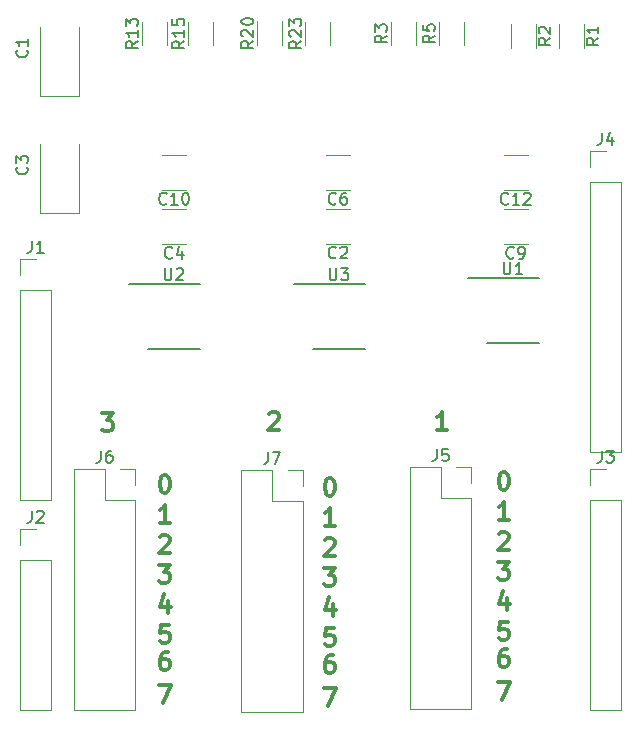
<source format=gbr>
G04 #@! TF.GenerationSoftware,KiCad,Pcbnew,5.0.1-33cea8e~68~ubuntu18.04.1*
G04 #@! TF.CreationDate,2018-11-24T14:12:02-07:00*
G04 #@! TF.ProjectId,adc,6164632E6B696361645F706362000000,rev?*
G04 #@! TF.SameCoordinates,Original*
G04 #@! TF.FileFunction,Legend,Top*
G04 #@! TF.FilePolarity,Positive*
%FSLAX46Y46*%
G04 Gerber Fmt 4.6, Leading zero omitted, Abs format (unit mm)*
G04 Created by KiCad (PCBNEW 5.0.1-33cea8e~68~ubuntu18.04.1) date Sat 24 Nov 2018 02:12:02 PM MST*
%MOMM*%
%LPD*%
G01*
G04 APERTURE LIST*
%ADD10C,0.300000*%
%ADD11C,0.120000*%
%ADD12C,0.150000*%
G04 APERTURE END LIST*
D10*
X53856000Y-74743571D02*
X54784571Y-74743571D01*
X54284571Y-75315000D01*
X54498857Y-75315000D01*
X54641714Y-75386428D01*
X54713142Y-75457857D01*
X54784571Y-75600714D01*
X54784571Y-75957857D01*
X54713142Y-76100714D01*
X54641714Y-76172142D01*
X54498857Y-76243571D01*
X54070285Y-76243571D01*
X53927428Y-76172142D01*
X53856000Y-76100714D01*
X68024428Y-74759428D02*
X68095857Y-74688000D01*
X68238714Y-74616571D01*
X68595857Y-74616571D01*
X68738714Y-74688000D01*
X68810142Y-74759428D01*
X68881571Y-74902285D01*
X68881571Y-75045142D01*
X68810142Y-75259428D01*
X67953000Y-76116571D01*
X68881571Y-76116571D01*
X83105571Y-76116571D02*
X82248428Y-76116571D01*
X82677000Y-76116571D02*
X82677000Y-74616571D01*
X82534142Y-74830857D01*
X82391285Y-74973714D01*
X82248428Y-75045142D01*
X59467714Y-90610571D02*
X59467714Y-91610571D01*
X59110571Y-90039142D02*
X58753428Y-91110571D01*
X59682000Y-91110571D01*
X59610571Y-83990571D02*
X58753428Y-83990571D01*
X59182000Y-83990571D02*
X59182000Y-82490571D01*
X59039142Y-82704857D01*
X58896285Y-82847714D01*
X58753428Y-82919142D01*
X58753428Y-85173428D02*
X58824857Y-85102000D01*
X58967714Y-85030571D01*
X59324857Y-85030571D01*
X59467714Y-85102000D01*
X59539142Y-85173428D01*
X59610571Y-85316285D01*
X59610571Y-85459142D01*
X59539142Y-85673428D01*
X58682000Y-86530571D01*
X59610571Y-86530571D01*
X58682000Y-97730571D02*
X59682000Y-97730571D01*
X59039142Y-99230571D01*
X59467714Y-94936571D02*
X59182000Y-94936571D01*
X59039142Y-95008000D01*
X58967714Y-95079428D01*
X58824857Y-95293714D01*
X58753428Y-95579428D01*
X58753428Y-96150857D01*
X58824857Y-96293714D01*
X58896285Y-96365142D01*
X59039142Y-96436571D01*
X59324857Y-96436571D01*
X59467714Y-96365142D01*
X59539142Y-96293714D01*
X59610571Y-96150857D01*
X59610571Y-95793714D01*
X59539142Y-95650857D01*
X59467714Y-95579428D01*
X59324857Y-95508000D01*
X59039142Y-95508000D01*
X58896285Y-95579428D01*
X58824857Y-95650857D01*
X58753428Y-95793714D01*
X58682000Y-87570571D02*
X59610571Y-87570571D01*
X59110571Y-88142000D01*
X59324857Y-88142000D01*
X59467714Y-88213428D01*
X59539142Y-88284857D01*
X59610571Y-88427714D01*
X59610571Y-88784857D01*
X59539142Y-88927714D01*
X59467714Y-88999142D01*
X59324857Y-89070571D01*
X58896285Y-89070571D01*
X58753428Y-88999142D01*
X58682000Y-88927714D01*
X59539142Y-92650571D02*
X58824857Y-92650571D01*
X58753428Y-93364857D01*
X58824857Y-93293428D01*
X58967714Y-93222000D01*
X59324857Y-93222000D01*
X59467714Y-93293428D01*
X59539142Y-93364857D01*
X59610571Y-93507714D01*
X59610571Y-93864857D01*
X59539142Y-94007714D01*
X59467714Y-94079142D01*
X59324857Y-94150571D01*
X58967714Y-94150571D01*
X58824857Y-94079142D01*
X58753428Y-94007714D01*
X59110571Y-79950571D02*
X59253428Y-79950571D01*
X59396285Y-80022000D01*
X59467714Y-80093428D01*
X59539142Y-80236285D01*
X59610571Y-80522000D01*
X59610571Y-80879142D01*
X59539142Y-81164857D01*
X59467714Y-81307714D01*
X59396285Y-81379142D01*
X59253428Y-81450571D01*
X59110571Y-81450571D01*
X58967714Y-81379142D01*
X58896285Y-81307714D01*
X58824857Y-81164857D01*
X58753428Y-80879142D01*
X58753428Y-80522000D01*
X58824857Y-80236285D01*
X58896285Y-80093428D01*
X58967714Y-80022000D01*
X59110571Y-79950571D01*
X73080571Y-80204571D02*
X73223428Y-80204571D01*
X73366285Y-80276000D01*
X73437714Y-80347428D01*
X73509142Y-80490285D01*
X73580571Y-80776000D01*
X73580571Y-81133142D01*
X73509142Y-81418857D01*
X73437714Y-81561714D01*
X73366285Y-81633142D01*
X73223428Y-81704571D01*
X73080571Y-81704571D01*
X72937714Y-81633142D01*
X72866285Y-81561714D01*
X72794857Y-81418857D01*
X72723428Y-81133142D01*
X72723428Y-80776000D01*
X72794857Y-80490285D01*
X72866285Y-80347428D01*
X72937714Y-80276000D01*
X73080571Y-80204571D01*
X72652000Y-97984571D02*
X73652000Y-97984571D01*
X73009142Y-99484571D01*
X73580571Y-84244571D02*
X72723428Y-84244571D01*
X73152000Y-84244571D02*
X73152000Y-82744571D01*
X73009142Y-82958857D01*
X72866285Y-83101714D01*
X72723428Y-83173142D01*
X73437714Y-90864571D02*
X73437714Y-91864571D01*
X73080571Y-90293142D02*
X72723428Y-91364571D01*
X73652000Y-91364571D01*
X73509142Y-92904571D02*
X72794857Y-92904571D01*
X72723428Y-93618857D01*
X72794857Y-93547428D01*
X72937714Y-93476000D01*
X73294857Y-93476000D01*
X73437714Y-93547428D01*
X73509142Y-93618857D01*
X73580571Y-93761714D01*
X73580571Y-94118857D01*
X73509142Y-94261714D01*
X73437714Y-94333142D01*
X73294857Y-94404571D01*
X72937714Y-94404571D01*
X72794857Y-94333142D01*
X72723428Y-94261714D01*
X72652000Y-87824571D02*
X73580571Y-87824571D01*
X73080571Y-88396000D01*
X73294857Y-88396000D01*
X73437714Y-88467428D01*
X73509142Y-88538857D01*
X73580571Y-88681714D01*
X73580571Y-89038857D01*
X73509142Y-89181714D01*
X73437714Y-89253142D01*
X73294857Y-89324571D01*
X72866285Y-89324571D01*
X72723428Y-89253142D01*
X72652000Y-89181714D01*
X72723428Y-85427428D02*
X72794857Y-85356000D01*
X72937714Y-85284571D01*
X73294857Y-85284571D01*
X73437714Y-85356000D01*
X73509142Y-85427428D01*
X73580571Y-85570285D01*
X73580571Y-85713142D01*
X73509142Y-85927428D01*
X72652000Y-86784571D01*
X73580571Y-86784571D01*
X73437714Y-95190571D02*
X73152000Y-95190571D01*
X73009142Y-95262000D01*
X72937714Y-95333428D01*
X72794857Y-95547714D01*
X72723428Y-95833428D01*
X72723428Y-96404857D01*
X72794857Y-96547714D01*
X72866285Y-96619142D01*
X73009142Y-96690571D01*
X73294857Y-96690571D01*
X73437714Y-96619142D01*
X73509142Y-96547714D01*
X73580571Y-96404857D01*
X73580571Y-96047714D01*
X73509142Y-95904857D01*
X73437714Y-95833428D01*
X73294857Y-95762000D01*
X73009142Y-95762000D01*
X72866285Y-95833428D01*
X72794857Y-95904857D01*
X72723428Y-96047714D01*
X87384000Y-97476571D02*
X88384000Y-97476571D01*
X87741142Y-98976571D01*
X88169714Y-94682571D02*
X87884000Y-94682571D01*
X87741142Y-94754000D01*
X87669714Y-94825428D01*
X87526857Y-95039714D01*
X87455428Y-95325428D01*
X87455428Y-95896857D01*
X87526857Y-96039714D01*
X87598285Y-96111142D01*
X87741142Y-96182571D01*
X88026857Y-96182571D01*
X88169714Y-96111142D01*
X88241142Y-96039714D01*
X88312571Y-95896857D01*
X88312571Y-95539714D01*
X88241142Y-95396857D01*
X88169714Y-95325428D01*
X88026857Y-95254000D01*
X87741142Y-95254000D01*
X87598285Y-95325428D01*
X87526857Y-95396857D01*
X87455428Y-95539714D01*
X88241142Y-92396571D02*
X87526857Y-92396571D01*
X87455428Y-93110857D01*
X87526857Y-93039428D01*
X87669714Y-92968000D01*
X88026857Y-92968000D01*
X88169714Y-93039428D01*
X88241142Y-93110857D01*
X88312571Y-93253714D01*
X88312571Y-93610857D01*
X88241142Y-93753714D01*
X88169714Y-93825142D01*
X88026857Y-93896571D01*
X87669714Y-93896571D01*
X87526857Y-93825142D01*
X87455428Y-93753714D01*
X88169714Y-90356571D02*
X88169714Y-91356571D01*
X87812571Y-89785142D02*
X87455428Y-90856571D01*
X88384000Y-90856571D01*
X87384000Y-87316571D02*
X88312571Y-87316571D01*
X87812571Y-87888000D01*
X88026857Y-87888000D01*
X88169714Y-87959428D01*
X88241142Y-88030857D01*
X88312571Y-88173714D01*
X88312571Y-88530857D01*
X88241142Y-88673714D01*
X88169714Y-88745142D01*
X88026857Y-88816571D01*
X87598285Y-88816571D01*
X87455428Y-88745142D01*
X87384000Y-88673714D01*
X87455428Y-84919428D02*
X87526857Y-84848000D01*
X87669714Y-84776571D01*
X88026857Y-84776571D01*
X88169714Y-84848000D01*
X88241142Y-84919428D01*
X88312571Y-85062285D01*
X88312571Y-85205142D01*
X88241142Y-85419428D01*
X87384000Y-86276571D01*
X88312571Y-86276571D01*
X88312571Y-83736571D02*
X87455428Y-83736571D01*
X87884000Y-83736571D02*
X87884000Y-82236571D01*
X87741142Y-82450857D01*
X87598285Y-82593714D01*
X87455428Y-82665142D01*
X87812571Y-79696571D02*
X87955428Y-79696571D01*
X88098285Y-79768000D01*
X88169714Y-79839428D01*
X88241142Y-79982285D01*
X88312571Y-80268000D01*
X88312571Y-80625142D01*
X88241142Y-80910857D01*
X88169714Y-81053714D01*
X88098285Y-81125142D01*
X87955428Y-81196571D01*
X87812571Y-81196571D01*
X87669714Y-81125142D01*
X87598285Y-81053714D01*
X87526857Y-80910857D01*
X87455428Y-80625142D01*
X87455428Y-80268000D01*
X87526857Y-79982285D01*
X87598285Y-79839428D01*
X87669714Y-79768000D01*
X87812571Y-79696571D01*
D11*
G04 #@! TO.C,J1*
X46930000Y-64262000D02*
X46930000Y-82102000D01*
X46930000Y-82102000D02*
X49590000Y-82102000D01*
X49590000Y-82102000D02*
X49590000Y-64262000D01*
X49590000Y-64262000D02*
X46930000Y-64262000D01*
X46930000Y-62992000D02*
X46930000Y-61662000D01*
X46930000Y-61662000D02*
X48260000Y-61662000D01*
G04 #@! TO.C,J2*
X46930000Y-84522000D02*
X48260000Y-84522000D01*
X46930000Y-85852000D02*
X46930000Y-84522000D01*
X49590000Y-87122000D02*
X46930000Y-87122000D01*
X49590000Y-99882000D02*
X49590000Y-87122000D01*
X46930000Y-99882000D02*
X49590000Y-99882000D01*
X46930000Y-87122000D02*
X46930000Y-99882000D01*
G04 #@! TO.C,J3*
X95190000Y-79442000D02*
X96520000Y-79442000D01*
X95190000Y-80772000D02*
X95190000Y-79442000D01*
X97850000Y-82042000D02*
X95190000Y-82042000D01*
X97850000Y-99882000D02*
X97850000Y-82042000D01*
X95190000Y-99882000D02*
X97850000Y-99882000D01*
X95190000Y-82042000D02*
X95190000Y-99882000D01*
G04 #@! TO.C,J4*
X95190000Y-52522000D02*
X96520000Y-52522000D01*
X95190000Y-53852000D02*
X95190000Y-52522000D01*
X97850000Y-55122000D02*
X95190000Y-55122000D01*
X97850000Y-78042000D02*
X97850000Y-55122000D01*
X95190000Y-78042000D02*
X97850000Y-78042000D01*
X95190000Y-55122000D02*
X95190000Y-78042000D01*
G04 #@! TO.C,R1*
X92529000Y-43767000D02*
X92529000Y-41767000D01*
X94669000Y-41767000D02*
X94669000Y-43767000D01*
G04 #@! TO.C,R2*
X90605000Y-41767000D02*
X90605000Y-43767000D01*
X88465000Y-43767000D02*
X88465000Y-41767000D01*
G04 #@! TO.C,R3*
X78305000Y-43576500D02*
X78305000Y-41576500D01*
X80445000Y-41576500D02*
X80445000Y-43576500D01*
G04 #@! TO.C,R5*
X84509000Y-41576500D02*
X84509000Y-43576500D01*
X82369000Y-43576500D02*
X82369000Y-41576500D01*
G04 #@! TO.C,R13*
X59363000Y-41577000D02*
X59363000Y-43577000D01*
X57223000Y-43577000D02*
X57223000Y-41577000D01*
G04 #@! TO.C,R15*
X61160000Y-43577000D02*
X61160000Y-41577000D01*
X63300000Y-41577000D02*
X63300000Y-43577000D01*
G04 #@! TO.C,R20*
X67002000Y-43545000D02*
X67002000Y-41545000D01*
X69142000Y-41545000D02*
X69142000Y-43545000D01*
G04 #@! TO.C,R23*
X73206000Y-41577000D02*
X73206000Y-43577000D01*
X71066000Y-43577000D02*
X71066000Y-41577000D01*
D12*
G04 #@! TO.C,U1*
X84871000Y-63240000D02*
X90846000Y-63240000D01*
X86446000Y-68765000D02*
X90846000Y-68765000D01*
G04 #@! TO.C,U2*
X57744000Y-69273000D02*
X62144000Y-69273000D01*
X56169000Y-63748000D02*
X62144000Y-63748000D01*
G04 #@! TO.C,U3*
X71714000Y-69273000D02*
X76114000Y-69273000D01*
X70139000Y-63748000D02*
X76114000Y-63748000D01*
D11*
G04 #@! TO.C,J5*
X85150000Y-79315000D02*
X83880000Y-79315000D01*
X85150000Y-80645000D02*
X85150000Y-79315000D01*
X82550000Y-81915000D02*
X85150000Y-81915000D01*
X82550000Y-79315000D02*
X82550000Y-81915000D01*
X79950000Y-79315000D02*
X82550000Y-79315000D01*
X79950000Y-99755000D02*
X79950000Y-79315000D01*
X85150000Y-99755000D02*
X79950000Y-99755000D01*
X85150000Y-81915000D02*
X85150000Y-99755000D01*
G04 #@! TO.C,J6*
X56702000Y-79442000D02*
X55432000Y-79442000D01*
X56702000Y-80772000D02*
X56702000Y-79442000D01*
X54102000Y-82042000D02*
X56702000Y-82042000D01*
X54102000Y-79442000D02*
X54102000Y-82042000D01*
X51502000Y-79442000D02*
X54102000Y-79442000D01*
X51502000Y-99882000D02*
X51502000Y-79442000D01*
X56702000Y-99882000D02*
X51502000Y-99882000D01*
X56702000Y-82042000D02*
X56702000Y-99882000D01*
G04 #@! TO.C,J7*
X70862500Y-82169000D02*
X70862500Y-100009000D01*
X70862500Y-100009000D02*
X65662500Y-100009000D01*
X65662500Y-100009000D02*
X65662500Y-79569000D01*
X65662500Y-79569000D02*
X68262500Y-79569000D01*
X68262500Y-79569000D02*
X68262500Y-82169000D01*
X68262500Y-82169000D02*
X70862500Y-82169000D01*
X70862500Y-80899000D02*
X70862500Y-79569000D01*
X70862500Y-79569000D02*
X69592500Y-79569000D01*
G04 #@! TO.C,C1*
X48642000Y-47856001D02*
X48642000Y-42056001D01*
X51942000Y-47856001D02*
X51942000Y-42056001D01*
X48642000Y-47856001D02*
X51942000Y-47856001D01*
G04 #@! TO.C,C2*
X74845999Y-57431999D02*
X72845999Y-57431999D01*
X72845999Y-60391999D02*
X74845999Y-60391999D01*
G04 #@! TO.C,C3*
X48642000Y-57762001D02*
X51942000Y-57762001D01*
X51942000Y-57762001D02*
X51942000Y-51962001D01*
X48642000Y-57762001D02*
X48642000Y-51962001D01*
G04 #@! TO.C,C4*
X58976000Y-60408000D02*
X60976000Y-60408000D01*
X60976000Y-57448000D02*
X58976000Y-57448000D01*
G04 #@! TO.C,C6*
X72845999Y-55836000D02*
X74845999Y-55836000D01*
X74845999Y-52876000D02*
X72845999Y-52876000D01*
G04 #@! TO.C,C9*
X89900000Y-57448000D02*
X87900000Y-57448000D01*
X87900000Y-60408000D02*
X89900000Y-60408000D01*
G04 #@! TO.C,C10*
X60976000Y-52876000D02*
X58976000Y-52876000D01*
X58976000Y-55836000D02*
X60976000Y-55836000D01*
G04 #@! TO.C,C12*
X87900000Y-55836000D02*
X89900000Y-55836000D01*
X89900000Y-52876000D02*
X87900000Y-52876000D01*
G04 #@! TO.C,J1*
D12*
X47926666Y-60114380D02*
X47926666Y-60828666D01*
X47879047Y-60971523D01*
X47783809Y-61066761D01*
X47640952Y-61114380D01*
X47545714Y-61114380D01*
X48926666Y-61114380D02*
X48355238Y-61114380D01*
X48640952Y-61114380D02*
X48640952Y-60114380D01*
X48545714Y-60257238D01*
X48450476Y-60352476D01*
X48355238Y-60400095D01*
G04 #@! TO.C,J2*
X47926666Y-82974380D02*
X47926666Y-83688666D01*
X47879047Y-83831523D01*
X47783809Y-83926761D01*
X47640952Y-83974380D01*
X47545714Y-83974380D01*
X48355238Y-83069619D02*
X48402857Y-83022000D01*
X48498095Y-82974380D01*
X48736190Y-82974380D01*
X48831428Y-83022000D01*
X48879047Y-83069619D01*
X48926666Y-83164857D01*
X48926666Y-83260095D01*
X48879047Y-83402952D01*
X48307619Y-83974380D01*
X48926666Y-83974380D01*
G04 #@! TO.C,J3*
X96186666Y-77894380D02*
X96186666Y-78608666D01*
X96139047Y-78751523D01*
X96043809Y-78846761D01*
X95900952Y-78894380D01*
X95805714Y-78894380D01*
X96567619Y-77894380D02*
X97186666Y-77894380D01*
X96853333Y-78275333D01*
X96996190Y-78275333D01*
X97091428Y-78322952D01*
X97139047Y-78370571D01*
X97186666Y-78465809D01*
X97186666Y-78703904D01*
X97139047Y-78799142D01*
X97091428Y-78846761D01*
X96996190Y-78894380D01*
X96710476Y-78894380D01*
X96615238Y-78846761D01*
X96567619Y-78799142D01*
G04 #@! TO.C,J4*
X96186666Y-50974380D02*
X96186666Y-51688666D01*
X96139047Y-51831523D01*
X96043809Y-51926761D01*
X95900952Y-51974380D01*
X95805714Y-51974380D01*
X97091428Y-51307714D02*
X97091428Y-51974380D01*
X96853333Y-50926761D02*
X96615238Y-51641047D01*
X97234285Y-51641047D01*
G04 #@! TO.C,R1*
X95901380Y-42933666D02*
X95425190Y-43267000D01*
X95901380Y-43505095D02*
X94901380Y-43505095D01*
X94901380Y-43124142D01*
X94949000Y-43028904D01*
X94996619Y-42981285D01*
X95091857Y-42933666D01*
X95234714Y-42933666D01*
X95329952Y-42981285D01*
X95377571Y-43028904D01*
X95425190Y-43124142D01*
X95425190Y-43505095D01*
X95901380Y-41981285D02*
X95901380Y-42552714D01*
X95901380Y-42267000D02*
X94901380Y-42267000D01*
X95044238Y-42362238D01*
X95139476Y-42457476D01*
X95187095Y-42552714D01*
G04 #@! TO.C,R2*
X91837380Y-42933666D02*
X91361190Y-43267000D01*
X91837380Y-43505095D02*
X90837380Y-43505095D01*
X90837380Y-43124142D01*
X90885000Y-43028904D01*
X90932619Y-42981285D01*
X91027857Y-42933666D01*
X91170714Y-42933666D01*
X91265952Y-42981285D01*
X91313571Y-43028904D01*
X91361190Y-43124142D01*
X91361190Y-43505095D01*
X90932619Y-42552714D02*
X90885000Y-42505095D01*
X90837380Y-42409857D01*
X90837380Y-42171761D01*
X90885000Y-42076523D01*
X90932619Y-42028904D01*
X91027857Y-41981285D01*
X91123095Y-41981285D01*
X91265952Y-42028904D01*
X91837380Y-42600333D01*
X91837380Y-41981285D01*
G04 #@! TO.C,R3*
X77977380Y-42743166D02*
X77501190Y-43076500D01*
X77977380Y-43314595D02*
X76977380Y-43314595D01*
X76977380Y-42933642D01*
X77025000Y-42838404D01*
X77072619Y-42790785D01*
X77167857Y-42743166D01*
X77310714Y-42743166D01*
X77405952Y-42790785D01*
X77453571Y-42838404D01*
X77501190Y-42933642D01*
X77501190Y-43314595D01*
X76977380Y-42409833D02*
X76977380Y-41790785D01*
X77358333Y-42124119D01*
X77358333Y-41981261D01*
X77405952Y-41886023D01*
X77453571Y-41838404D01*
X77548809Y-41790785D01*
X77786904Y-41790785D01*
X77882142Y-41838404D01*
X77929761Y-41886023D01*
X77977380Y-41981261D01*
X77977380Y-42266976D01*
X77929761Y-42362214D01*
X77882142Y-42409833D01*
G04 #@! TO.C,R5*
X82041380Y-42743166D02*
X81565190Y-43076500D01*
X82041380Y-43314595D02*
X81041380Y-43314595D01*
X81041380Y-42933642D01*
X81089000Y-42838404D01*
X81136619Y-42790785D01*
X81231857Y-42743166D01*
X81374714Y-42743166D01*
X81469952Y-42790785D01*
X81517571Y-42838404D01*
X81565190Y-42933642D01*
X81565190Y-43314595D01*
X81041380Y-41838404D02*
X81041380Y-42314595D01*
X81517571Y-42362214D01*
X81469952Y-42314595D01*
X81422333Y-42219357D01*
X81422333Y-41981261D01*
X81469952Y-41886023D01*
X81517571Y-41838404D01*
X81612809Y-41790785D01*
X81850904Y-41790785D01*
X81946142Y-41838404D01*
X81993761Y-41886023D01*
X82041380Y-41981261D01*
X82041380Y-42219357D01*
X81993761Y-42314595D01*
X81946142Y-42362214D01*
G04 #@! TO.C,R13*
X56895380Y-43219857D02*
X56419190Y-43553190D01*
X56895380Y-43791285D02*
X55895380Y-43791285D01*
X55895380Y-43410333D01*
X55943000Y-43315095D01*
X55990619Y-43267476D01*
X56085857Y-43219857D01*
X56228714Y-43219857D01*
X56323952Y-43267476D01*
X56371571Y-43315095D01*
X56419190Y-43410333D01*
X56419190Y-43791285D01*
X56895380Y-42267476D02*
X56895380Y-42838904D01*
X56895380Y-42553190D02*
X55895380Y-42553190D01*
X56038238Y-42648428D01*
X56133476Y-42743666D01*
X56181095Y-42838904D01*
X55895380Y-41934142D02*
X55895380Y-41315095D01*
X56276333Y-41648428D01*
X56276333Y-41505571D01*
X56323952Y-41410333D01*
X56371571Y-41362714D01*
X56466809Y-41315095D01*
X56704904Y-41315095D01*
X56800142Y-41362714D01*
X56847761Y-41410333D01*
X56895380Y-41505571D01*
X56895380Y-41791285D01*
X56847761Y-41886523D01*
X56800142Y-41934142D01*
G04 #@! TO.C,R15*
X60832380Y-43219857D02*
X60356190Y-43553190D01*
X60832380Y-43791285D02*
X59832380Y-43791285D01*
X59832380Y-43410333D01*
X59880000Y-43315095D01*
X59927619Y-43267476D01*
X60022857Y-43219857D01*
X60165714Y-43219857D01*
X60260952Y-43267476D01*
X60308571Y-43315095D01*
X60356190Y-43410333D01*
X60356190Y-43791285D01*
X60832380Y-42267476D02*
X60832380Y-42838904D01*
X60832380Y-42553190D02*
X59832380Y-42553190D01*
X59975238Y-42648428D01*
X60070476Y-42743666D01*
X60118095Y-42838904D01*
X59832380Y-41362714D02*
X59832380Y-41838904D01*
X60308571Y-41886523D01*
X60260952Y-41838904D01*
X60213333Y-41743666D01*
X60213333Y-41505571D01*
X60260952Y-41410333D01*
X60308571Y-41362714D01*
X60403809Y-41315095D01*
X60641904Y-41315095D01*
X60737142Y-41362714D01*
X60784761Y-41410333D01*
X60832380Y-41505571D01*
X60832380Y-41743666D01*
X60784761Y-41838904D01*
X60737142Y-41886523D01*
G04 #@! TO.C,R20*
X66674380Y-43187857D02*
X66198190Y-43521190D01*
X66674380Y-43759285D02*
X65674380Y-43759285D01*
X65674380Y-43378333D01*
X65722000Y-43283095D01*
X65769619Y-43235476D01*
X65864857Y-43187857D01*
X66007714Y-43187857D01*
X66102952Y-43235476D01*
X66150571Y-43283095D01*
X66198190Y-43378333D01*
X66198190Y-43759285D01*
X65769619Y-42806904D02*
X65722000Y-42759285D01*
X65674380Y-42664047D01*
X65674380Y-42425952D01*
X65722000Y-42330714D01*
X65769619Y-42283095D01*
X65864857Y-42235476D01*
X65960095Y-42235476D01*
X66102952Y-42283095D01*
X66674380Y-42854523D01*
X66674380Y-42235476D01*
X65674380Y-41616428D02*
X65674380Y-41521190D01*
X65722000Y-41425952D01*
X65769619Y-41378333D01*
X65864857Y-41330714D01*
X66055333Y-41283095D01*
X66293428Y-41283095D01*
X66483904Y-41330714D01*
X66579142Y-41378333D01*
X66626761Y-41425952D01*
X66674380Y-41521190D01*
X66674380Y-41616428D01*
X66626761Y-41711666D01*
X66579142Y-41759285D01*
X66483904Y-41806904D01*
X66293428Y-41854523D01*
X66055333Y-41854523D01*
X65864857Y-41806904D01*
X65769619Y-41759285D01*
X65722000Y-41711666D01*
X65674380Y-41616428D01*
G04 #@! TO.C,R23*
X70738380Y-43219857D02*
X70262190Y-43553190D01*
X70738380Y-43791285D02*
X69738380Y-43791285D01*
X69738380Y-43410333D01*
X69786000Y-43315095D01*
X69833619Y-43267476D01*
X69928857Y-43219857D01*
X70071714Y-43219857D01*
X70166952Y-43267476D01*
X70214571Y-43315095D01*
X70262190Y-43410333D01*
X70262190Y-43791285D01*
X69833619Y-42838904D02*
X69786000Y-42791285D01*
X69738380Y-42696047D01*
X69738380Y-42457952D01*
X69786000Y-42362714D01*
X69833619Y-42315095D01*
X69928857Y-42267476D01*
X70024095Y-42267476D01*
X70166952Y-42315095D01*
X70738380Y-42886523D01*
X70738380Y-42267476D01*
X69738380Y-41934142D02*
X69738380Y-41315095D01*
X70119333Y-41648428D01*
X70119333Y-41505571D01*
X70166952Y-41410333D01*
X70214571Y-41362714D01*
X70309809Y-41315095D01*
X70547904Y-41315095D01*
X70643142Y-41362714D01*
X70690761Y-41410333D01*
X70738380Y-41505571D01*
X70738380Y-41791285D01*
X70690761Y-41886523D01*
X70643142Y-41934142D01*
G04 #@! TO.C,U1*
X87884095Y-61942380D02*
X87884095Y-62751904D01*
X87931714Y-62847142D01*
X87979333Y-62894761D01*
X88074571Y-62942380D01*
X88265047Y-62942380D01*
X88360285Y-62894761D01*
X88407904Y-62847142D01*
X88455523Y-62751904D01*
X88455523Y-61942380D01*
X89455523Y-62942380D02*
X88884095Y-62942380D01*
X89169809Y-62942380D02*
X89169809Y-61942380D01*
X89074571Y-62085238D01*
X88979333Y-62180476D01*
X88884095Y-62228095D01*
G04 #@! TO.C,U2*
X59182095Y-62450380D02*
X59182095Y-63259904D01*
X59229714Y-63355142D01*
X59277333Y-63402761D01*
X59372571Y-63450380D01*
X59563047Y-63450380D01*
X59658285Y-63402761D01*
X59705904Y-63355142D01*
X59753523Y-63259904D01*
X59753523Y-62450380D01*
X60182095Y-62545619D02*
X60229714Y-62498000D01*
X60324952Y-62450380D01*
X60563047Y-62450380D01*
X60658285Y-62498000D01*
X60705904Y-62545619D01*
X60753523Y-62640857D01*
X60753523Y-62736095D01*
X60705904Y-62878952D01*
X60134476Y-63450380D01*
X60753523Y-63450380D01*
G04 #@! TO.C,U3*
X73152095Y-62450380D02*
X73152095Y-63259904D01*
X73199714Y-63355142D01*
X73247333Y-63402761D01*
X73342571Y-63450380D01*
X73533047Y-63450380D01*
X73628285Y-63402761D01*
X73675904Y-63355142D01*
X73723523Y-63259904D01*
X73723523Y-62450380D01*
X74104476Y-62450380D02*
X74723523Y-62450380D01*
X74390190Y-62831333D01*
X74533047Y-62831333D01*
X74628285Y-62878952D01*
X74675904Y-62926571D01*
X74723523Y-63021809D01*
X74723523Y-63259904D01*
X74675904Y-63355142D01*
X74628285Y-63402761D01*
X74533047Y-63450380D01*
X74247333Y-63450380D01*
X74152095Y-63402761D01*
X74104476Y-63355142D01*
G04 #@! TO.C,J5*
X82216666Y-77767380D02*
X82216666Y-78481666D01*
X82169047Y-78624523D01*
X82073809Y-78719761D01*
X81930952Y-78767380D01*
X81835714Y-78767380D01*
X83169047Y-77767380D02*
X82692857Y-77767380D01*
X82645238Y-78243571D01*
X82692857Y-78195952D01*
X82788095Y-78148333D01*
X83026190Y-78148333D01*
X83121428Y-78195952D01*
X83169047Y-78243571D01*
X83216666Y-78338809D01*
X83216666Y-78576904D01*
X83169047Y-78672142D01*
X83121428Y-78719761D01*
X83026190Y-78767380D01*
X82788095Y-78767380D01*
X82692857Y-78719761D01*
X82645238Y-78672142D01*
G04 #@! TO.C,J6*
X53768666Y-77894380D02*
X53768666Y-78608666D01*
X53721047Y-78751523D01*
X53625809Y-78846761D01*
X53482952Y-78894380D01*
X53387714Y-78894380D01*
X54673428Y-77894380D02*
X54482952Y-77894380D01*
X54387714Y-77942000D01*
X54340095Y-77989619D01*
X54244857Y-78132476D01*
X54197238Y-78322952D01*
X54197238Y-78703904D01*
X54244857Y-78799142D01*
X54292476Y-78846761D01*
X54387714Y-78894380D01*
X54578190Y-78894380D01*
X54673428Y-78846761D01*
X54721047Y-78799142D01*
X54768666Y-78703904D01*
X54768666Y-78465809D01*
X54721047Y-78370571D01*
X54673428Y-78322952D01*
X54578190Y-78275333D01*
X54387714Y-78275333D01*
X54292476Y-78322952D01*
X54244857Y-78370571D01*
X54197238Y-78465809D01*
G04 #@! TO.C,J7*
X67929166Y-78021380D02*
X67929166Y-78735666D01*
X67881547Y-78878523D01*
X67786309Y-78973761D01*
X67643452Y-79021380D01*
X67548214Y-79021380D01*
X68310119Y-78021380D02*
X68976785Y-78021380D01*
X68548214Y-79021380D01*
G04 #@! TO.C,C1*
X47499142Y-43972667D02*
X47546761Y-44020286D01*
X47594380Y-44163143D01*
X47594380Y-44258381D01*
X47546761Y-44401239D01*
X47451523Y-44496477D01*
X47356285Y-44544096D01*
X47165809Y-44591715D01*
X47022952Y-44591715D01*
X46832476Y-44544096D01*
X46737238Y-44496477D01*
X46642000Y-44401239D01*
X46594380Y-44258381D01*
X46594380Y-44163143D01*
X46642000Y-44020286D01*
X46689619Y-43972667D01*
X47594380Y-43020286D02*
X47594380Y-43591715D01*
X47594380Y-43306001D02*
X46594380Y-43306001D01*
X46737238Y-43401239D01*
X46832476Y-43496477D01*
X46880095Y-43591715D01*
G04 #@! TO.C,C2*
X73679332Y-61519141D02*
X73631713Y-61566760D01*
X73488856Y-61614379D01*
X73393618Y-61614379D01*
X73250760Y-61566760D01*
X73155522Y-61471522D01*
X73107903Y-61376284D01*
X73060284Y-61185808D01*
X73060284Y-61042951D01*
X73107903Y-60852475D01*
X73155522Y-60757237D01*
X73250760Y-60661999D01*
X73393618Y-60614379D01*
X73488856Y-60614379D01*
X73631713Y-60661999D01*
X73679332Y-60709618D01*
X74060284Y-60709618D02*
X74107903Y-60661999D01*
X74203141Y-60614379D01*
X74441237Y-60614379D01*
X74536475Y-60661999D01*
X74584094Y-60709618D01*
X74631713Y-60804856D01*
X74631713Y-60900094D01*
X74584094Y-61042951D01*
X74012665Y-61614379D01*
X74631713Y-61614379D01*
G04 #@! TO.C,C3*
X47499142Y-53878667D02*
X47546761Y-53926286D01*
X47594380Y-54069143D01*
X47594380Y-54164381D01*
X47546761Y-54307239D01*
X47451523Y-54402477D01*
X47356285Y-54450096D01*
X47165809Y-54497715D01*
X47022952Y-54497715D01*
X46832476Y-54450096D01*
X46737238Y-54402477D01*
X46642000Y-54307239D01*
X46594380Y-54164381D01*
X46594380Y-54069143D01*
X46642000Y-53926286D01*
X46689619Y-53878667D01*
X46594380Y-53545334D02*
X46594380Y-52926286D01*
X46975333Y-53259620D01*
X46975333Y-53116762D01*
X47022952Y-53021524D01*
X47070571Y-52973905D01*
X47165809Y-52926286D01*
X47403904Y-52926286D01*
X47499142Y-52973905D01*
X47546761Y-53021524D01*
X47594380Y-53116762D01*
X47594380Y-53402477D01*
X47546761Y-53497715D01*
X47499142Y-53545334D01*
G04 #@! TO.C,C4*
X59809333Y-61535142D02*
X59761714Y-61582761D01*
X59618857Y-61630380D01*
X59523619Y-61630380D01*
X59380761Y-61582761D01*
X59285523Y-61487523D01*
X59237904Y-61392285D01*
X59190285Y-61201809D01*
X59190285Y-61058952D01*
X59237904Y-60868476D01*
X59285523Y-60773238D01*
X59380761Y-60678000D01*
X59523619Y-60630380D01*
X59618857Y-60630380D01*
X59761714Y-60678000D01*
X59809333Y-60725619D01*
X60666476Y-60963714D02*
X60666476Y-61630380D01*
X60428380Y-60582761D02*
X60190285Y-61297047D01*
X60809333Y-61297047D01*
G04 #@! TO.C,C6*
X73679332Y-56963142D02*
X73631713Y-57010761D01*
X73488856Y-57058380D01*
X73393618Y-57058380D01*
X73250760Y-57010761D01*
X73155522Y-56915523D01*
X73107903Y-56820285D01*
X73060284Y-56629809D01*
X73060284Y-56486952D01*
X73107903Y-56296476D01*
X73155522Y-56201238D01*
X73250760Y-56106000D01*
X73393618Y-56058380D01*
X73488856Y-56058380D01*
X73631713Y-56106000D01*
X73679332Y-56153619D01*
X74536475Y-56058380D02*
X74345999Y-56058380D01*
X74250760Y-56106000D01*
X74203141Y-56153619D01*
X74107903Y-56296476D01*
X74060284Y-56486952D01*
X74060284Y-56867904D01*
X74107903Y-56963142D01*
X74155522Y-57010761D01*
X74250760Y-57058380D01*
X74441237Y-57058380D01*
X74536475Y-57010761D01*
X74584094Y-56963142D01*
X74631713Y-56867904D01*
X74631713Y-56629809D01*
X74584094Y-56534571D01*
X74536475Y-56486952D01*
X74441237Y-56439333D01*
X74250760Y-56439333D01*
X74155522Y-56486952D01*
X74107903Y-56534571D01*
X74060284Y-56629809D01*
G04 #@! TO.C,C9*
X88733333Y-61535142D02*
X88685714Y-61582761D01*
X88542857Y-61630380D01*
X88447619Y-61630380D01*
X88304761Y-61582761D01*
X88209523Y-61487523D01*
X88161904Y-61392285D01*
X88114285Y-61201809D01*
X88114285Y-61058952D01*
X88161904Y-60868476D01*
X88209523Y-60773238D01*
X88304761Y-60678000D01*
X88447619Y-60630380D01*
X88542857Y-60630380D01*
X88685714Y-60678000D01*
X88733333Y-60725619D01*
X89209523Y-61630380D02*
X89400000Y-61630380D01*
X89495238Y-61582761D01*
X89542857Y-61535142D01*
X89638095Y-61392285D01*
X89685714Y-61201809D01*
X89685714Y-60820857D01*
X89638095Y-60725619D01*
X89590476Y-60678000D01*
X89495238Y-60630380D01*
X89304761Y-60630380D01*
X89209523Y-60678000D01*
X89161904Y-60725619D01*
X89114285Y-60820857D01*
X89114285Y-61058952D01*
X89161904Y-61154190D01*
X89209523Y-61201809D01*
X89304761Y-61249428D01*
X89495238Y-61249428D01*
X89590476Y-61201809D01*
X89638095Y-61154190D01*
X89685714Y-61058952D01*
G04 #@! TO.C,C10*
X59333142Y-56963142D02*
X59285523Y-57010761D01*
X59142666Y-57058380D01*
X59047428Y-57058380D01*
X58904571Y-57010761D01*
X58809333Y-56915523D01*
X58761714Y-56820285D01*
X58714095Y-56629809D01*
X58714095Y-56486952D01*
X58761714Y-56296476D01*
X58809333Y-56201238D01*
X58904571Y-56106000D01*
X59047428Y-56058380D01*
X59142666Y-56058380D01*
X59285523Y-56106000D01*
X59333142Y-56153619D01*
X60285523Y-57058380D02*
X59714095Y-57058380D01*
X59999809Y-57058380D02*
X59999809Y-56058380D01*
X59904571Y-56201238D01*
X59809333Y-56296476D01*
X59714095Y-56344095D01*
X60904571Y-56058380D02*
X60999809Y-56058380D01*
X61095047Y-56106000D01*
X61142666Y-56153619D01*
X61190285Y-56248857D01*
X61237904Y-56439333D01*
X61237904Y-56677428D01*
X61190285Y-56867904D01*
X61142666Y-56963142D01*
X61095047Y-57010761D01*
X60999809Y-57058380D01*
X60904571Y-57058380D01*
X60809333Y-57010761D01*
X60761714Y-56963142D01*
X60714095Y-56867904D01*
X60666476Y-56677428D01*
X60666476Y-56439333D01*
X60714095Y-56248857D01*
X60761714Y-56153619D01*
X60809333Y-56106000D01*
X60904571Y-56058380D01*
G04 #@! TO.C,C12*
X88257142Y-56963142D02*
X88209523Y-57010761D01*
X88066666Y-57058380D01*
X87971428Y-57058380D01*
X87828571Y-57010761D01*
X87733333Y-56915523D01*
X87685714Y-56820285D01*
X87638095Y-56629809D01*
X87638095Y-56486952D01*
X87685714Y-56296476D01*
X87733333Y-56201238D01*
X87828571Y-56106000D01*
X87971428Y-56058380D01*
X88066666Y-56058380D01*
X88209523Y-56106000D01*
X88257142Y-56153619D01*
X89209523Y-57058380D02*
X88638095Y-57058380D01*
X88923809Y-57058380D02*
X88923809Y-56058380D01*
X88828571Y-56201238D01*
X88733333Y-56296476D01*
X88638095Y-56344095D01*
X89590476Y-56153619D02*
X89638095Y-56106000D01*
X89733333Y-56058380D01*
X89971428Y-56058380D01*
X90066666Y-56106000D01*
X90114285Y-56153619D01*
X90161904Y-56248857D01*
X90161904Y-56344095D01*
X90114285Y-56486952D01*
X89542857Y-57058380D01*
X90161904Y-57058380D01*
G04 #@! TD*
M02*

</source>
